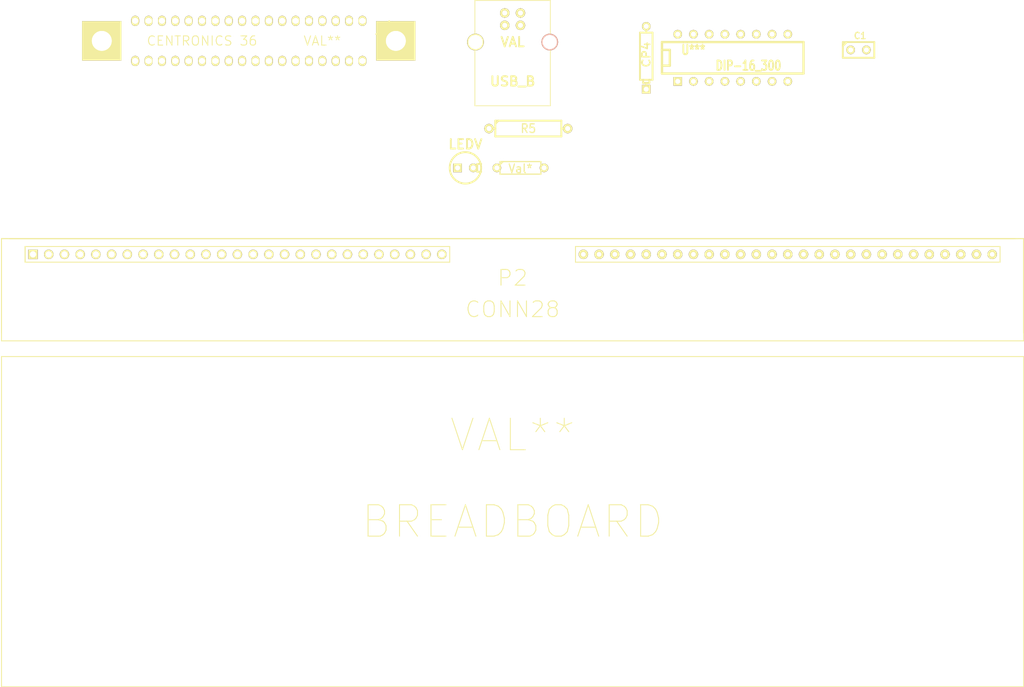
<source format=kicad_pcb>
(kicad_pcb (version 3) (host pcbnew "(25-Oct-2014 BZR 4029)-stable")

  (general
    (links 0)
    (no_connects 0)
    (area 70.616 69.151499 236.549001 180.669001)
    (thickness 1.6)
    (drawings 0)
    (tracks 0)
    (zones 0)
    (modules 10)
    (nets 1)
  )

  (page A3)
  (layers
    (15 F.Cu signal)
    (0 B.Cu signal)
    (16 B.Adhes user)
    (17 F.Adhes user)
    (18 B.Paste user)
    (19 F.Paste user)
    (20 B.SilkS user)
    (21 F.SilkS user)
    (22 B.Mask user)
    (23 F.Mask user)
    (24 Dwgs.User user)
    (25 Cmts.User user)
    (26 Eco1.User user)
    (27 Eco2.User user)
    (28 Edge.Cuts user)
  )

  (setup
    (last_trace_width 0.254)
    (trace_clearance 0.254)
    (zone_clearance 0.508)
    (zone_45_only no)
    (trace_min 0.254)
    (segment_width 0.2)
    (edge_width 0.15)
    (via_size 0.889)
    (via_drill 0.635)
    (via_min_size 0.889)
    (via_min_drill 0.508)
    (uvia_size 0.508)
    (uvia_drill 0.127)
    (uvias_allowed no)
    (uvia_min_size 0.508)
    (uvia_min_drill 0.127)
    (pcb_text_width 0.3)
    (pcb_text_size 1.5 1.5)
    (mod_edge_width 0.15)
    (mod_text_size 1.5 1.5)
    (mod_text_width 0.15)
    (pad_size 1.524 1.524)
    (pad_drill 0.762)
    (pad_to_mask_clearance 0.2)
    (aux_axis_origin 0 0)
    (visible_elements FFFFFFBF)
    (pcbplotparams
      (layerselection 3178497)
      (usegerberextensions true)
      (excludeedgelayer true)
      (linewidth 0.100000)
      (plotframeref false)
      (viasonmask false)
      (mode 1)
      (useauxorigin false)
      (hpglpennumber 1)
      (hpglpenspeed 20)
      (hpglpendiameter 15)
      (hpglpenoverlay 2)
      (psnegative false)
      (psa4output false)
      (plotreference true)
      (plotvalue true)
      (plotothertext true)
      (plotinvisibletext false)
      (padsonsilk false)
      (subtractmaskfromsilk false)
      (outputformat 1)
      (mirror false)
      (drillshape 1)
      (scaleselection 1)
      (outputdirectory ""))
  )

  (net 0 "")

  (net_class Default "This is the default net class."
    (clearance 0.254)
    (trace_width 0.254)
    (via_dia 0.889)
    (via_drill 0.635)
    (uvia_dia 0.508)
    (uvia_drill 0.127)
    (add_net "")
  )

  (module BREADBOARD (layer F.Cu) (tedit 55D82DFC) (tstamp 55D835BE)
    (at 71.12 127)
    (fp_text reference BREADBOARD (at 82.55 26.67) (layer F.SilkS)
      (effects (font (size 5.08 5.08) (thickness 0.15)))
    )
    (fp_text value VAL** (at 82.55 12.7) (layer F.SilkS)
      (effects (font (size 5.08 5.08) (thickness 0.15)))
    )
    (fp_line (start 0 0) (end 165.1 0) (layer F.SilkS) (width 0.15))
    (fp_line (start 165.1 0) (end 165.1 53.34) (layer F.SilkS) (width 0.15))
    (fp_line (start 165.1 53.34) (end 0 53.34) (layer F.SilkS) (width 0.15))
    (fp_line (start 0 53.34) (end 0 0) (layer F.SilkS) (width 0.15))
  )

  (module BREADBOARD_TSTRIP_54 (layer F.Cu) (tedit 55D838AF) (tstamp 55D83CAF)
    (at 110.49 110.49)
    (descr "Single rangee contacts 1 x 28 pins")
    (tags CONN)
    (path /50827286)
    (fp_text reference P2 (at 43.18 3.81) (layer F.SilkS)
      (effects (font (size 2.54 2.54) (thickness 0.15748)))
    )
    (fp_text value CONN28 (at 43.18 8.89) (layer F.SilkS)
      (effects (font (size 2.54 2.54) (thickness 0.15748)))
    )
    (fp_line (start -39.37 -2.54) (end -39.37 13.97) (layer F.SilkS) (width 0.15))
    (fp_line (start -39.37 13.97) (end 125.73 13.97) (layer F.SilkS) (width 0.15))
    (fp_line (start 125.73 13.97) (end 125.73 -2.54) (layer F.SilkS) (width 0.15))
    (fp_line (start 125.73 -2.54) (end -39.37 -2.54) (layer F.SilkS) (width 0.15))
    (fp_line (start -39.37 -2.54) (end 125.73 -2.54) (layer F.SilkS) (width 0.15))
    (fp_line (start 125.73 -2.54) (end 125.73 12.7) (layer F.SilkS) (width 0.15))
    (fp_line (start -39.37 12.7) (end -39.37 -2.54) (layer F.SilkS) (width 0.15))
    (fp_line (start 124.46 -2.54) (end -38.1 -2.54) (layer F.SilkS) (width 0.15))
    (fp_line (start 53.34 -1.27) (end 121.92 -1.27) (layer F.SilkS) (width 0.15))
    (fp_line (start 121.92 -1.27) (end 121.92 1.27) (layer F.SilkS) (width 0.15))
    (fp_line (start 121.92 1.27) (end 53.34 1.27) (layer F.SilkS) (width 0.15))
    (fp_line (start 53.34 1.27) (end 53.34 -1.27) (layer F.SilkS) (width 0.15))
    (fp_line (start -35.56 -1.27) (end 33.02 -1.27) (layer F.SilkS) (width 0.15))
    (fp_line (start 33.02 -1.27) (end 33.02 1.27) (layer F.SilkS) (width 0.15))
    (fp_line (start 33.02 1.27) (end -35.56 1.27) (layer F.SilkS) (width 0.15))
    (fp_line (start -35.56 1.27) (end -35.56 -1.27) (layer F.SilkS) (width 0.15))
    (fp_line (start -35.56 1.27) (end -35.56 -1.27) (layer F.SilkS) (width 0.14986))
    (pad 1 thru_hole rect (at -34.29 0) (size 1.524 1.524) (drill 1.016)
      (layers *.Cu *.Mask F.SilkS)
    )
    (pad 2 thru_hole circle (at -31.75 0) (size 1.524 1.524) (drill 1.016)
      (layers *.Cu *.Mask F.SilkS)
    )
    (pad 11 thru_hole circle (at -8.89 0) (size 1.524 1.524) (drill 1.016)
      (layers *.Cu *.Mask F.SilkS)
    )
    (pad 4 thru_hole circle (at -26.67 0) (size 1.524 1.524) (drill 1.016)
      (layers *.Cu *.Mask F.SilkS)
    )
    (pad 13 thru_hole circle (at -3.81 0) (size 1.524 1.524) (drill 1.016)
      (layers *.Cu *.Mask F.SilkS)
    )
    (pad 6 thru_hole circle (at -21.59 0) (size 1.524 1.524) (drill 1.016)
      (layers *.Cu *.Mask F.SilkS)
    )
    (pad 15 thru_hole circle (at 1.27 0) (size 1.524 1.524) (drill 1.016)
      (layers *.Cu *.Mask F.SilkS)
    )
    (pad 8 thru_hole circle (at -16.51 0) (size 1.524 1.524) (drill 1.016)
      (layers *.Cu *.Mask F.SilkS)
    )
    (pad 17 thru_hole circle (at 6.35 0) (size 1.524 1.524) (drill 1.016)
      (layers *.Cu *.Mask F.SilkS)
    )
    (pad 10 thru_hole circle (at -11.43 0) (size 1.524 1.524) (drill 1.016)
      (layers *.Cu *.Mask F.SilkS)
    )
    (pad 19 thru_hole circle (at 11.43 0) (size 1.524 1.524) (drill 1.016)
      (layers *.Cu *.Mask F.SilkS)
    )
    (pad 12 thru_hole circle (at -6.35 0) (size 1.524 1.524) (drill 1.016)
      (layers *.Cu *.Mask F.SilkS)
    )
    (pad 21 thru_hole circle (at 16.51 0) (size 1.524 1.524) (drill 1.016)
      (layers *.Cu *.Mask F.SilkS)
    )
    (pad 14 thru_hole circle (at -1.27 0) (size 1.524 1.524) (drill 1.016)
      (layers *.Cu *.Mask F.SilkS)
    )
    (pad 23 thru_hole circle (at 21.59 0) (size 1.524 1.524) (drill 1.016)
      (layers *.Cu *.Mask F.SilkS)
    )
    (pad 16 thru_hole circle (at 3.81 0) (size 1.524 1.524) (drill 1.016)
      (layers *.Cu *.Mask F.SilkS)
    )
    (pad 25 thru_hole circle (at 26.67 0) (size 1.524 1.524) (drill 1.016)
      (layers *.Cu *.Mask F.SilkS)
    )
    (pad 18 thru_hole circle (at 8.89 0) (size 1.524 1.524) (drill 1.016)
      (layers *.Cu *.Mask F.SilkS)
    )
    (pad 27 thru_hole circle (at 31.75 0) (size 1.524 1.524) (drill 1.016)
      (layers *.Cu *.Mask F.SilkS)
    )
    (pad 20 thru_hole circle (at 13.97 0) (size 1.524 1.524) (drill 1.016)
      (layers *.Cu *.Mask F.SilkS)
    )
    (pad 22 thru_hole circle (at 19.05 0) (size 1.524 1.524) (drill 1.016)
      (layers *.Cu *.Mask F.SilkS)
    )
    (pad 24 thru_hole circle (at 24.13 0) (size 1.524 1.524) (drill 1.016)
      (layers *.Cu *.Mask F.SilkS)
    )
    (pad 26 thru_hole circle (at 29.21 0) (size 1.524 1.524) (drill 1.016)
      (layers *.Cu *.Mask F.SilkS)
    )
    (pad 3 thru_hole circle (at -29.21 0) (size 1.524 1.524) (drill 1.016)
      (layers *.Cu *.Mask F.SilkS)
    )
    (pad 5 thru_hole circle (at -24.13 0) (size 1.524 1.524) (drill 1.016)
      (layers *.Cu *.Mask F.SilkS)
    )
    (pad 7 thru_hole circle (at -19.05 0) (size 1.524 1.524) (drill 1.016)
      (layers *.Cu *.Mask F.SilkS)
    )
    (pad 9 thru_hole circle (at -13.97 0) (size 1.524 1.524) (drill 1.016)
      (layers *.Cu *.Mask F.SilkS)
    )
    (pad 28 thru_hole circle (at 54.61 0) (size 1.524 1.524) (drill 0.762)
      (layers *.Cu *.Mask F.SilkS)
    )
    (pad 29 thru_hole circle (at 57.15 0) (size 1.524 1.524) (drill 0.762)
      (layers *.Cu *.Mask F.SilkS)
    )
    (pad 30 thru_hole circle (at 59.69 0) (size 1.524 1.524) (drill 0.762)
      (layers *.Cu *.Mask F.SilkS)
    )
    (pad 31 thru_hole circle (at 62.23 0) (size 1.524 1.524) (drill 0.762)
      (layers *.Cu *.Mask F.SilkS)
    )
    (pad 32 thru_hole circle (at 64.77 0) (size 1.524 1.524) (drill 0.762)
      (layers *.Cu *.Mask F.SilkS)
    )
    (pad 33 thru_hole circle (at 67.31 0) (size 1.524 1.524) (drill 0.762)
      (layers *.Cu *.Mask F.SilkS)
    )
    (pad 34 thru_hole circle (at 69.85 0) (size 1.524 1.524) (drill 0.762)
      (layers *.Cu *.Mask F.SilkS)
    )
    (pad 35 thru_hole circle (at 72.39 0) (size 1.524 1.524) (drill 0.762)
      (layers *.Cu *.Mask F.SilkS)
    )
    (pad 36 thru_hole circle (at 74.93 0) (size 1.524 1.524) (drill 0.762)
      (layers *.Cu *.Mask F.SilkS)
    )
    (pad 37 thru_hole circle (at 77.47 0) (size 1.524 1.524) (drill 0.762)
      (layers *.Cu *.Mask F.SilkS)
    )
    (pad 38 thru_hole circle (at 80.01 0) (size 1.524 1.524) (drill 0.762)
      (layers *.Cu *.Mask F.SilkS)
    )
    (pad 39 thru_hole circle (at 82.55 0) (size 1.524 1.524) (drill 0.762)
      (layers *.Cu *.Mask F.SilkS)
    )
    (pad 40 thru_hole circle (at 85.09 0) (size 1.524 1.524) (drill 0.762)
      (layers *.Cu *.Mask F.SilkS)
    )
    (pad 41 thru_hole circle (at 87.63 0) (size 1.524 1.524) (drill 0.762)
      (layers *.Cu *.Mask F.SilkS)
    )
    (pad 42 thru_hole circle (at 90.17 0) (size 1.524 1.524) (drill 0.762)
      (layers *.Cu *.Mask F.SilkS)
    )
    (pad 43 thru_hole circle (at 92.71 0) (size 1.524 1.524) (drill 0.762)
      (layers *.Cu *.Mask F.SilkS)
    )
    (pad 44 thru_hole circle (at 95.25 0) (size 1.524 1.524) (drill 0.762)
      (layers *.Cu *.Mask F.SilkS)
    )
    (pad 45 thru_hole circle (at 97.79 0) (size 1.524 1.524) (drill 0.762)
      (layers *.Cu *.Mask F.SilkS)
    )
    (pad 46 thru_hole circle (at 100.33 0) (size 1.524 1.524) (drill 0.762)
      (layers *.Cu *.Mask F.SilkS)
    )
    (pad 47 thru_hole circle (at 102.87 0) (size 1.524 1.524) (drill 0.762)
      (layers *.Cu *.Mask F.SilkS)
    )
    (pad 48 thru_hole circle (at 105.41 0) (size 1.524 1.524) (drill 0.762)
      (layers *.Cu *.Mask F.SilkS)
    )
    (pad 49 thru_hole circle (at 107.95 0) (size 1.524 1.524) (drill 0.762)
      (layers *.Cu *.Mask F.SilkS)
    )
    (pad 50 thru_hole circle (at 110.49 0) (size 1.524 1.524) (drill 0.762)
      (layers *.Cu *.Mask F.SilkS)
    )
    (pad 51 thru_hole circle (at 113.03 0) (size 1.524 1.524) (drill 0.762)
      (layers *.Cu *.Mask F.SilkS)
    )
    (pad 52 thru_hole circle (at 115.57 0) (size 1.524 1.524) (drill 0.762)
      (layers *.Cu *.Mask F.SilkS)
    )
    (pad 53 thru_hole circle (at 118.11 0) (size 1.524 1.524) (drill 0.762)
      (layers *.Cu *.Mask F.SilkS)
    )
    (pad 54 thru_hole circle (at 120.65 0) (size 1.524 1.524) (drill 0.762)
      (layers *.Cu *.Mask F.SilkS)
    )
  )

  (module CENTRONICS36 (layer F.Cu) (tedit 55DA61BC) (tstamp 55DA654B)
    (at 92.71 74.93)
    (fp_text reference "CENTRONICS 36" (at 10.795 1.0795) (layer F.SilkS)
      (effects (font (size 1.5 1.5) (thickness 0.15)))
    )
    (fp_text value VAL** (at 30.226 1.0795) (layer F.SilkS)
      (effects (font (size 1.5 1.5) (thickness 0.15)))
    )
    (fp_line (start 41.021 2.159) (end 41.021 -2.159) (layer F.SilkS) (width 0.15))
    (fp_line (start 41.021 -2.159) (end 38.862 0) (layer F.SilkS) (width 0.15))
    (fp_line (start 38.862 0) (end 41.021 -2.159) (layer F.SilkS) (width 0.15))
    (fp_line (start 41.021 -2.159) (end 43.18 0) (layer F.SilkS) (width 0.15))
    (pad M2 np_thru_hole rect (at 42.1005 1.0795) (size 6.35 6.35) (drill 3.2004)
      (layers *.Cu *.Mask F.SilkS)
    )
    (pad M1 np_thru_hole rect (at 42.1005 1.0795) (size 6.35 6.35) (drill 3.2004)
      (layers *.Cu *.Mask F.SilkS)
    )
    (pad 1 thru_hole oval (at 0 -2.159) (size 1.27 1.651) (drill 0.9906)
      (layers *.Cu *.Mask F.SilkS)
    )
    (pad 2 thru_hole oval (at 2.159 -2.159) (size 1.27 1.651) (drill 0.9906)
      (layers *.Cu *.Mask F.SilkS)
    )
    (pad 3 thru_hole oval (at 4.318 -2.159) (size 1.27 1.651) (drill 0.9906)
      (layers *.Cu *.Mask F.SilkS)
    )
    (pad 4 thru_hole oval (at 6.477 -2.159) (size 1.27 1.651) (drill 0.9906)
      (layers *.Cu *.Mask F.SilkS)
    )
    (pad 5 thru_hole oval (at 8.636 -2.159) (size 1.27 1.651) (drill 0.9906)
      (layers *.Cu *.Mask F.SilkS)
    )
    (pad 6 thru_hole oval (at 10.795 -2.159) (size 1.27 1.651) (drill 0.9906)
      (layers *.Cu *.Mask F.SilkS)
    )
    (pad 7 thru_hole oval (at 12.954 -2.159) (size 1.27 1.651) (drill 0.9906)
      (layers *.Cu *.Mask F.SilkS)
    )
    (pad 8 thru_hole oval (at 15.113 -2.159) (size 1.27 1.651) (drill 0.9906)
      (layers *.Cu *.Mask F.SilkS)
    )
    (pad 9 thru_hole oval (at 17.272 -2.159) (size 1.27 1.651) (drill 0.9906)
      (layers *.Cu *.Mask F.SilkS)
    )
    (pad 10 thru_hole oval (at 19.431 -2.159) (size 1.27 1.651) (drill 0.9906)
      (layers *.Cu *.Mask F.SilkS)
    )
    (pad 11 thru_hole oval (at 21.59 -2.159) (size 1.27 1.651) (drill 0.9906)
      (layers *.Cu *.Mask F.SilkS)
    )
    (pad 12 thru_hole oval (at 23.749 -2.159) (size 1.27 1.651) (drill 0.9906)
      (layers *.Cu *.Mask F.SilkS)
    )
    (pad 13 thru_hole oval (at 25.908 -2.159) (size 1.27 1.651) (drill 0.9906)
      (layers *.Cu *.Mask F.SilkS)
    )
    (pad 14 thru_hole oval (at 28.067 -2.159) (size 1.27 1.651) (drill 0.9906)
      (layers *.Cu *.Mask F.SilkS)
    )
    (pad 15 thru_hole oval (at 30.226 -2.159) (size 1.27 1.651) (drill 0.9906)
      (layers *.Cu *.Mask F.SilkS)
    )
    (pad 16 thru_hole oval (at 32.385 -2.159) (size 1.27 1.651) (drill 0.9906)
      (layers *.Cu *.Mask F.SilkS)
    )
    (pad 17 thru_hole oval (at 34.544 -2.159) (size 1.27 1.651) (drill 0.9906)
      (layers *.Cu *.Mask F.SilkS)
    )
    (pad 18 thru_hole oval (at 36.703 -2.159) (size 1.27 1.651) (drill 0.9906)
      (layers *.Cu *.Mask F.SilkS)
    )
    (pad 19 thru_hole oval (at 36.703 4.318) (size 1.27 1.651) (drill 0.9906)
      (layers *.Cu *.Mask F.SilkS)
    )
    (pad 20 thru_hole oval (at 34.544 4.318) (size 1.27 1.651) (drill 0.9906)
      (layers *.Cu *.Mask F.SilkS)
    )
    (pad 21 thru_hole oval (at 32.385 4.318) (size 1.27 1.651) (drill 0.9906)
      (layers *.Cu *.Mask F.SilkS)
    )
    (pad 22 thru_hole oval (at 30.226 4.318) (size 1.27 1.651) (drill 0.9906)
      (layers *.Cu *.Mask F.SilkS)
    )
    (pad 23 thru_hole oval (at 28.067 4.318) (size 1.27 1.651) (drill 0.9906)
      (layers *.Cu *.Mask F.SilkS)
    )
    (pad 24 thru_hole oval (at 25.908 4.318) (size 1.27 1.651) (drill 0.9906)
      (layers *.Cu *.Mask F.SilkS)
    )
    (pad 25 thru_hole oval (at 23.749 4.318) (size 1.27 1.651) (drill 0.9906)
      (layers *.Cu *.Mask F.SilkS)
    )
    (pad 26 thru_hole oval (at 21.59 4.318) (size 1.27 1.651) (drill 0.9906)
      (layers *.Cu *.Mask F.SilkS)
    )
    (pad 27 thru_hole oval (at 19.431 4.318) (size 1.27 1.651) (drill 0.9906)
      (layers *.Cu *.Mask F.SilkS)
    )
    (pad 28 thru_hole oval (at 17.272 4.318) (size 1.27 1.651) (drill 0.9906)
      (layers *.Cu *.Mask F.SilkS)
    )
    (pad 29 thru_hole oval (at 15.113 4.318) (size 1.27 1.651) (drill 0.9906)
      (layers *.Cu *.Mask F.SilkS)
    )
    (pad 30 thru_hole oval (at 12.954 4.318) (size 1.27 1.651) (drill 0.9906)
      (layers *.Cu *.Mask F.SilkS)
    )
    (pad 31 thru_hole oval (at 10.795 4.318) (size 1.27 1.651) (drill 0.9906)
      (layers *.Cu *.Mask F.SilkS)
    )
    (pad 32 thru_hole oval (at 8.636 4.318) (size 1.27 1.651) (drill 0.9906)
      (layers *.Cu *.Mask F.SilkS)
    )
    (pad 33 thru_hole oval (at 6.477 4.318) (size 1.27 1.651) (drill 0.9906)
      (layers *.Cu *.Mask F.SilkS)
    )
    (pad 34 thru_hole oval (at 4.318 4.318) (size 1.27 1.651) (drill 0.9906)
      (layers *.Cu *.Mask F.SilkS)
    )
    (pad 35 thru_hole oval (at 2.159 4.318) (size 1.27 1.651) (drill 0.9906)
      (layers *.Cu *.Mask F.SilkS)
    )
    (pad 36 thru_hole oval (at 0 4.318) (size 1.27 1.651) (drill 0.9906)
      (layers *.Cu *.Mask F.SilkS)
    )
    (pad M3 np_thru_hole rect (at -5.3975 1.0795) (size 6.35 6.35) (drill 3.2004)
      (layers *.Cu *.Mask F.SilkS)
    )
    (pad M4 np_thru_hole rect (at -5.3975 1.0795) (size 6.35 6.35) (drill 3.2004)
      (layers *.Cu *.Mask F.SilkS)
    )
  )

  (module USB_B (layer F.Cu) (tedit 48A935FA) (tstamp 55DAF606)
    (at 153.67 76.2)
    (tags USB)
    (fp_text reference USB_B (at 0 6.35) (layer F.SilkS)
      (effects (font (size 1.524 1.524) (thickness 0.3048)))
    )
    (fp_text value VAL (at 0 0) (layer F.SilkS)
      (effects (font (size 1.524 1.524) (thickness 0.3048)))
    )
    (fp_line (start -6.096 10.287) (end 6.096 10.287) (layer F.SilkS) (width 0.127))
    (fp_line (start 6.096 10.287) (end 6.096 -6.731) (layer F.SilkS) (width 0.127))
    (fp_line (start 6.096 -6.731) (end -6.096 -6.731) (layer F.SilkS) (width 0.127))
    (fp_line (start -6.096 -6.731) (end -6.096 10.287) (layer F.SilkS) (width 0.127))
    (pad 1 thru_hole circle (at 1.27 -4.699) (size 1.524 1.524) (drill 0.8128)
      (layers *.Cu *.Mask F.SilkS)
    )
    (pad 2 thru_hole circle (at -1.27 -4.699) (size 1.524 1.524) (drill 0.8128)
      (layers *.Cu *.Mask F.SilkS)
    )
    (pad 3 thru_hole circle (at -1.27 -2.70002) (size 1.524 1.524) (drill 0.8128)
      (layers *.Cu *.Mask F.SilkS)
    )
    (pad 4 thru_hole circle (at 1.27 -2.70002) (size 1.524 1.524) (drill 0.8128)
      (layers *.Cu *.Mask F.SilkS)
    )
    (pad 5 np_thru_hole circle (at 5.99948 0) (size 2.70002 2.70002) (drill 2.30124)
      (layers *.Cu *.SilkS *.Mask)
    )
    (pad 6 thru_hole circle (at -5.99948 0) (size 2.70002 2.70002) (drill 2.30124)
      (layers *.Cu *.Mask F.SilkS)
    )
    (model connectors/USB_type_B.wrl
      (at (xyz 0 0 0.001))
      (scale (xyz 0.3937 0.3937 0.3937))
      (rotate (xyz 0 0 0))
    )
  )

  (module DIP-16__300 (layer F.Cu) (tedit 200000) (tstamp 55DB6EFA)
    (at 189.23 78.74)
    (descr "16 pins DIL package, round pads")
    (tags DIL)
    (fp_text reference U*** (at -6.35 -1.27) (layer F.SilkS)
      (effects (font (size 1.524 1.143) (thickness 0.3048)))
    )
    (fp_text value DIP-16_300 (at 2.54 1.27) (layer F.SilkS)
      (effects (font (size 1.524 1.143) (thickness 0.3048)))
    )
    (fp_line (start -11.43 -1.27) (end -11.43 -1.27) (layer F.SilkS) (width 0.381))
    (fp_line (start -11.43 -1.27) (end -10.16 -1.27) (layer F.SilkS) (width 0.381))
    (fp_line (start -10.16 -1.27) (end -10.16 1.27) (layer F.SilkS) (width 0.381))
    (fp_line (start -10.16 1.27) (end -11.43 1.27) (layer F.SilkS) (width 0.381))
    (fp_line (start -11.43 -2.54) (end 11.43 -2.54) (layer F.SilkS) (width 0.381))
    (fp_line (start 11.43 -2.54) (end 11.43 2.54) (layer F.SilkS) (width 0.381))
    (fp_line (start 11.43 2.54) (end -11.43 2.54) (layer F.SilkS) (width 0.381))
    (fp_line (start -11.43 2.54) (end -11.43 -2.54) (layer F.SilkS) (width 0.381))
    (pad 1 thru_hole rect (at -8.89 3.81) (size 1.397 1.397) (drill 0.8128)
      (layers *.Cu *.Mask F.SilkS)
    )
    (pad 2 thru_hole circle (at -6.35 3.81) (size 1.397 1.397) (drill 0.8128)
      (layers *.Cu *.Mask F.SilkS)
    )
    (pad 3 thru_hole circle (at -3.81 3.81) (size 1.397 1.397) (drill 0.8128)
      (layers *.Cu *.Mask F.SilkS)
    )
    (pad 4 thru_hole circle (at -1.27 3.81) (size 1.397 1.397) (drill 0.8128)
      (layers *.Cu *.Mask F.SilkS)
    )
    (pad 5 thru_hole circle (at 1.27 3.81) (size 1.397 1.397) (drill 0.8128)
      (layers *.Cu *.Mask F.SilkS)
    )
    (pad 6 thru_hole circle (at 3.81 3.81) (size 1.397 1.397) (drill 0.8128)
      (layers *.Cu *.Mask F.SilkS)
    )
    (pad 7 thru_hole circle (at 6.35 3.81) (size 1.397 1.397) (drill 0.8128)
      (layers *.Cu *.Mask F.SilkS)
    )
    (pad 8 thru_hole circle (at 8.89 3.81) (size 1.397 1.397) (drill 0.8128)
      (layers *.Cu *.Mask F.SilkS)
    )
    (pad 9 thru_hole circle (at 8.89 -3.81) (size 1.397 1.397) (drill 0.8128)
      (layers *.Cu *.Mask F.SilkS)
    )
    (pad 10 thru_hole circle (at 6.35 -3.81) (size 1.397 1.397) (drill 0.8128)
      (layers *.Cu *.Mask F.SilkS)
    )
    (pad 11 thru_hole circle (at 3.81 -3.81) (size 1.397 1.397) (drill 0.8128)
      (layers *.Cu *.Mask F.SilkS)
    )
    (pad 12 thru_hole circle (at 1.27 -3.81) (size 1.397 1.397) (drill 0.8128)
      (layers *.Cu *.Mask F.SilkS)
    )
    (pad 13 thru_hole circle (at -1.27 -3.81) (size 1.397 1.397) (drill 0.8128)
      (layers *.Cu *.Mask F.SilkS)
    )
    (pad 14 thru_hole circle (at -3.81 -3.81) (size 1.397 1.397) (drill 0.8128)
      (layers *.Cu *.Mask F.SilkS)
    )
    (pad 15 thru_hole circle (at -6.35 -3.81) (size 1.397 1.397) (drill 0.8128)
      (layers *.Cu *.Mask F.SilkS)
    )
    (pad 16 thru_hole circle (at -8.89 -3.81) (size 1.397 1.397) (drill 0.8128)
      (layers *.Cu *.Mask F.SilkS)
    )
    (model dil/dil_16.wrl
      (at (xyz 0 0 0))
      (scale (xyz 1 1 1))
      (rotate (xyz 0 0 0))
    )
  )

  (module C1 (layer F.Cu) (tedit 3F92C496) (tstamp 55DBB920)
    (at 209.55 77.47)
    (descr "Condensateur e = 1 pas")
    (tags C)
    (fp_text reference C1 (at 0.254 -2.286) (layer F.SilkS)
      (effects (font (size 1.016 1.016) (thickness 0.2032)))
    )
    (fp_text value V*** (at 0 -2.286) (layer F.SilkS) hide
      (effects (font (size 1.016 1.016) (thickness 0.2032)))
    )
    (fp_line (start -2.4892 -1.27) (end 2.54 -1.27) (layer F.SilkS) (width 0.3048))
    (fp_line (start 2.54 -1.27) (end 2.54 1.27) (layer F.SilkS) (width 0.3048))
    (fp_line (start 2.54 1.27) (end -2.54 1.27) (layer F.SilkS) (width 0.3048))
    (fp_line (start -2.54 1.27) (end -2.54 -1.27) (layer F.SilkS) (width 0.3048))
    (fp_line (start -2.54 -0.635) (end -1.905 -1.27) (layer F.SilkS) (width 0.3048))
    (pad 1 thru_hole circle (at -1.27 0) (size 1.397 1.397) (drill 0.8128)
      (layers *.Cu *.Mask F.SilkS)
    )
    (pad 2 thru_hole circle (at 1.27 0) (size 1.397 1.397) (drill 0.8128)
      (layers *.Cu *.Mask F.SilkS)
    )
    (model discret/capa_1_pas.wrl
      (at (xyz 0 0 0))
      (scale (xyz 1 1 1))
      (rotate (xyz 0 0 0))
    )
  )

  (module CP4 (layer F.Cu) (tedit 200000) (tstamp 55DBC160)
    (at 175.26 78.74 90)
    (descr "Condensateur polarise")
    (tags CP)
    (fp_text reference CP4 (at 0.508 0 90) (layer F.SilkS)
      (effects (font (size 1.27 1.397) (thickness 0.254)))
    )
    (fp_text value C*** (at 0.508 0 90) (layer F.SilkS) hide
      (effects (font (size 1.27 1.143) (thickness 0.254)))
    )
    (fp_line (start 5.08 0) (end 4.064 0) (layer F.SilkS) (width 0.3048))
    (fp_line (start 4.064 0) (end 4.064 1.016) (layer F.SilkS) (width 0.3048))
    (fp_line (start 4.064 1.016) (end -3.556 1.016) (layer F.SilkS) (width 0.3048))
    (fp_line (start -3.556 1.016) (end -3.556 -1.016) (layer F.SilkS) (width 0.3048))
    (fp_line (start -3.556 -1.016) (end 4.064 -1.016) (layer F.SilkS) (width 0.3048))
    (fp_line (start 4.064 -1.016) (end 4.064 0) (layer F.SilkS) (width 0.3048))
    (fp_line (start -5.08 0) (end -4.064 0) (layer F.SilkS) (width 0.3048))
    (fp_line (start -3.556 0.508) (end -4.064 0.508) (layer F.SilkS) (width 0.3048))
    (fp_line (start -4.064 0.508) (end -4.064 -0.508) (layer F.SilkS) (width 0.3048))
    (fp_line (start -4.064 -0.508) (end -3.556 -0.508) (layer F.SilkS) (width 0.3048))
    (pad 1 thru_hole rect (at -5.08 0 90) (size 1.397 1.397) (drill 0.8128)
      (layers *.Cu *.Mask F.SilkS)
    )
    (pad 2 thru_hole circle (at 5.08 0 90) (size 1.397 1.397) (drill 0.8128)
      (layers *.Cu *.Mask F.SilkS)
    )
    (model discret/c_pol.wrl
      (at (xyz 0 0 0))
      (scale (xyz 0.4 0.4 0.4))
      (rotate (xyz 0 0 0))
    )
  )

  (module LEDV (layer F.Cu) (tedit 200000) (tstamp 55DBC837)
    (at 146.05 96.52)
    (descr "Led verticale diam 6mm")
    (tags "LED DEV")
    (fp_text reference LEDV (at 0 -3.81) (layer F.SilkS)
      (effects (font (size 1.524 1.524) (thickness 0.3048)))
    )
    (fp_text value D*** (at 0 -3.81) (layer F.SilkS) hide
      (effects (font (size 1.524 1.524) (thickness 0.3048)))
    )
    (fp_circle (center 0 0) (end -2.54 0) (layer F.SilkS) (width 0.3048))
    (fp_line (start 2.54 -0.635) (end 1.905 -0.635) (layer F.SilkS) (width 0.3048))
    (fp_line (start 1.905 -0.635) (end 1.905 0.635) (layer F.SilkS) (width 0.3048))
    (fp_line (start 1.905 0.635) (end 2.54 0.635) (layer F.SilkS) (width 0.3048))
    (pad 1 thru_hole rect (at -1.27 0) (size 1.397 1.397) (drill 0.8128)
      (layers *.Cu *.Mask F.SilkS)
    )
    (pad 2 thru_hole circle (at 1.27 0) (size 1.397 1.397) (drill 0.8128)
      (layers *.Cu *.Mask F.SilkS)
    )
    (model discret/led5_vertical.wrl
      (at (xyz 0 0 0))
      (scale (xyz 1 1 1))
      (rotate (xyz 0 0 0))
    )
  )

  (module R5 (layer F.Cu) (tedit 200000) (tstamp 55DBCE4A)
    (at 156.21 90.17)
    (descr "Resistance 5 pas")
    (tags R)
    (autoplace_cost180 10)
    (fp_text reference R5 (at 0 0) (layer F.SilkS)
      (effects (font (size 1.397 1.27) (thickness 0.2032)))
    )
    (fp_text value Val* (at 0 0) (layer F.SilkS) hide
      (effects (font (size 1.397 1.27) (thickness 0.2032)))
    )
    (fp_line (start -6.35 0) (end -5.334 0) (layer F.SilkS) (width 0.3048))
    (fp_line (start 6.35 0) (end 5.334 0) (layer F.SilkS) (width 0.3048))
    (fp_line (start 5.334 -1.27) (end 5.334 1.27) (layer F.SilkS) (width 0.3048))
    (fp_line (start 5.334 1.27) (end -5.334 1.27) (layer F.SilkS) (width 0.3048))
    (fp_line (start -5.334 1.27) (end -5.334 -1.27) (layer F.SilkS) (width 0.3048))
    (fp_line (start -5.334 -1.27) (end 5.334 -1.27) (layer F.SilkS) (width 0.3048))
    (fp_line (start -5.334 -0.762) (end -4.826 -1.27) (layer F.SilkS) (width 0.3048))
    (pad 1 thru_hole circle (at -6.35 0) (size 1.524 1.524) (drill 0.8128)
      (layers *.Cu *.Mask F.SilkS)
    )
    (pad 2 thru_hole circle (at 6.35 0) (size 1.524 1.524) (drill 0.8128)
      (layers *.Cu *.Mask F.SilkS)
    )
    (model discret/resistor.wrl
      (at (xyz 0 0 0))
      (scale (xyz 0.5 0.5 0.5))
      (rotate (xyz 0 0 0))
    )
  )

  (module R3 (layer F.Cu) (tedit 4E4C0E65) (tstamp 55DBD46A)
    (at 154.94 96.52)
    (descr "Resitance 3 pas")
    (tags R)
    (path R3)
    (autoplace_cost180 10)
    (fp_text reference R3 (at 0 0.127) (layer F.SilkS) hide
      (effects (font (size 1.397 1.27) (thickness 0.2032)))
    )
    (fp_text value Val* (at 0 0.127) (layer F.SilkS)
      (effects (font (size 1.397 1.27) (thickness 0.2032)))
    )
    (fp_line (start -3.81 0) (end -3.302 0) (layer F.SilkS) (width 0.2032))
    (fp_line (start 3.81 0) (end 3.302 0) (layer F.SilkS) (width 0.2032))
    (fp_line (start 3.302 0) (end 3.302 -1.016) (layer F.SilkS) (width 0.2032))
    (fp_line (start 3.302 -1.016) (end -3.302 -1.016) (layer F.SilkS) (width 0.2032))
    (fp_line (start -3.302 -1.016) (end -3.302 1.016) (layer F.SilkS) (width 0.2032))
    (fp_line (start -3.302 1.016) (end 3.302 1.016) (layer F.SilkS) (width 0.2032))
    (fp_line (start 3.302 1.016) (end 3.302 0) (layer F.SilkS) (width 0.2032))
    (fp_line (start -3.302 -0.508) (end -2.794 -1.016) (layer F.SilkS) (width 0.2032))
    (pad 1 thru_hole circle (at -3.81 0) (size 1.397 1.397) (drill 0.8128)
      (layers *.Cu *.Mask F.SilkS)
    )
    (pad 2 thru_hole circle (at 3.81 0) (size 1.397 1.397) (drill 0.8128)
      (layers *.Cu *.Mask F.SilkS)
    )
    (model discret/resistor.wrl
      (at (xyz 0 0 0))
      (scale (xyz 0.3 0.3 0.3))
      (rotate (xyz 0 0 0))
    )
  )

)

</source>
